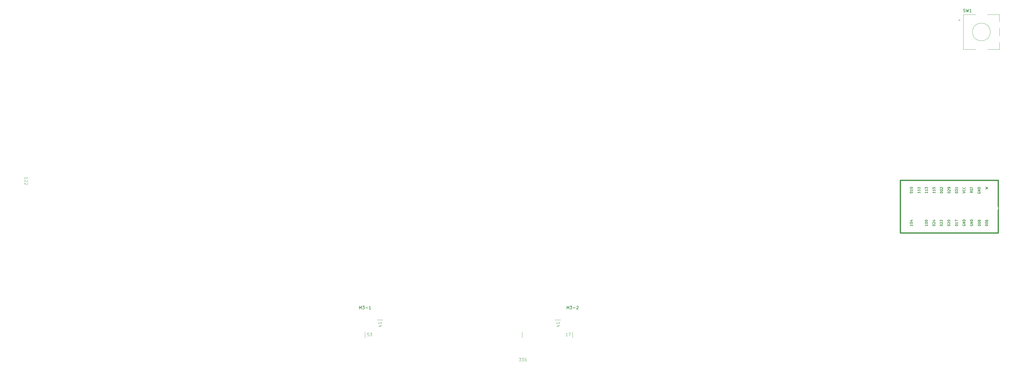
<source format=gto>
%TF.GenerationSoftware,KiCad,Pcbnew,9.0.2*%
%TF.CreationDate,2025-07-13T14:40:43-07:00*%
%TF.ProjectId,Kicad Project,4b696361-6420-4507-926f-6a6563742e6b,rev?*%
%TF.SameCoordinates,Original*%
%TF.FileFunction,Legend,Top*%
%TF.FilePolarity,Positive*%
%FSLAX46Y46*%
G04 Gerber Fmt 4.6, Leading zero omitted, Abs format (unit mm)*
G04 Created by KiCad (PCBNEW 9.0.2) date 2025-07-13 14:40:43*
%MOMM*%
%LPD*%
G01*
G04 APERTURE LIST*
%ADD10C,0.100000*%
%ADD11C,0.150000*%
%ADD12C,0.120000*%
%ADD13C,0.381000*%
%ADD14C,1.752600*%
%ADD15C,1.750000*%
%ADD16C,3.000000*%
%ADD17C,3.987800*%
%ADD18C,3.048000*%
%ADD19C,3.200000*%
%ADD20O,2.200000X1.600000*%
%ADD21C,2.100000*%
%ADD22R,2.000000X2.000000*%
%ADD23C,2.000000*%
%ADD24R,3.200000X2.000000*%
G04 APERTURE END LIST*
D10*
X163050160Y-168718828D02*
X165050160Y-168718828D01*
X165050160Y-168718828D02*
X164050160Y-168718828D01*
X229050160Y-174718828D02*
X229050160Y-172718828D01*
X212050160Y-174718828D02*
X212050160Y-172718828D01*
X159050160Y-174718828D02*
X159050160Y-172718828D01*
X223050160Y-168718828D02*
X225050160Y-168718828D01*
X163677740Y-170046521D02*
X163677740Y-169475093D01*
X163677740Y-169760807D02*
X164677740Y-169760807D01*
X164677740Y-169760807D02*
X164534883Y-169665569D01*
X164534883Y-169665569D02*
X164439645Y-169570331D01*
X164439645Y-169570331D02*
X164392026Y-169475093D01*
X164344407Y-170903664D02*
X163677740Y-170903664D01*
X164725360Y-170665569D02*
X164011074Y-170427474D01*
X164011074Y-170427474D02*
X164011074Y-171046521D01*
X210949592Y-181591247D02*
X211568639Y-181591247D01*
X211568639Y-181591247D02*
X211235306Y-181972199D01*
X211235306Y-181972199D02*
X211378163Y-181972199D01*
X211378163Y-181972199D02*
X211473401Y-182019818D01*
X211473401Y-182019818D02*
X211521020Y-182067437D01*
X211521020Y-182067437D02*
X211568639Y-182162675D01*
X211568639Y-182162675D02*
X211568639Y-182400770D01*
X211568639Y-182400770D02*
X211521020Y-182496008D01*
X211521020Y-182496008D02*
X211473401Y-182543628D01*
X211473401Y-182543628D02*
X211378163Y-182591247D01*
X211378163Y-182591247D02*
X211092449Y-182591247D01*
X211092449Y-182591247D02*
X210997211Y-182543628D01*
X210997211Y-182543628D02*
X210949592Y-182496008D01*
X211901973Y-181591247D02*
X212521020Y-181591247D01*
X212521020Y-181591247D02*
X212187687Y-181972199D01*
X212187687Y-181972199D02*
X212330544Y-181972199D01*
X212330544Y-181972199D02*
X212425782Y-182019818D01*
X212425782Y-182019818D02*
X212473401Y-182067437D01*
X212473401Y-182067437D02*
X212521020Y-182162675D01*
X212521020Y-182162675D02*
X212521020Y-182400770D01*
X212521020Y-182400770D02*
X212473401Y-182496008D01*
X212473401Y-182496008D02*
X212425782Y-182543628D01*
X212425782Y-182543628D02*
X212330544Y-182591247D01*
X212330544Y-182591247D02*
X212044830Y-182591247D01*
X212044830Y-182591247D02*
X211949592Y-182543628D01*
X211949592Y-182543628D02*
X211901973Y-182496008D01*
X213378163Y-181591247D02*
X213187687Y-181591247D01*
X213187687Y-181591247D02*
X213092449Y-181638866D01*
X213092449Y-181638866D02*
X213044830Y-181686485D01*
X213044830Y-181686485D02*
X212949592Y-181829342D01*
X212949592Y-181829342D02*
X212901973Y-182019818D01*
X212901973Y-182019818D02*
X212901973Y-182400770D01*
X212901973Y-182400770D02*
X212949592Y-182496008D01*
X212949592Y-182496008D02*
X212997211Y-182543628D01*
X212997211Y-182543628D02*
X213092449Y-182591247D01*
X213092449Y-182591247D02*
X213282925Y-182591247D01*
X213282925Y-182591247D02*
X213378163Y-182543628D01*
X213378163Y-182543628D02*
X213425782Y-182496008D01*
X213425782Y-182496008D02*
X213473401Y-182400770D01*
X213473401Y-182400770D02*
X213473401Y-182162675D01*
X213473401Y-182162675D02*
X213425782Y-182067437D01*
X213425782Y-182067437D02*
X213378163Y-182019818D01*
X213378163Y-182019818D02*
X213282925Y-181972199D01*
X213282925Y-181972199D02*
X213092449Y-181972199D01*
X213092449Y-181972199D02*
X212997211Y-182019818D01*
X212997211Y-182019818D02*
X212949592Y-182067437D01*
X212949592Y-182067437D02*
X212901973Y-182162675D01*
X160330234Y-173091247D02*
X159854044Y-173091247D01*
X159854044Y-173091247D02*
X159806425Y-173567437D01*
X159806425Y-173567437D02*
X159854044Y-173519818D01*
X159854044Y-173519818D02*
X159949282Y-173472199D01*
X159949282Y-173472199D02*
X160187377Y-173472199D01*
X160187377Y-173472199D02*
X160282615Y-173519818D01*
X160282615Y-173519818D02*
X160330234Y-173567437D01*
X160330234Y-173567437D02*
X160377853Y-173662675D01*
X160377853Y-173662675D02*
X160377853Y-173900770D01*
X160377853Y-173900770D02*
X160330234Y-173996008D01*
X160330234Y-173996008D02*
X160282615Y-174043628D01*
X160282615Y-174043628D02*
X160187377Y-174091247D01*
X160187377Y-174091247D02*
X159949282Y-174091247D01*
X159949282Y-174091247D02*
X159854044Y-174043628D01*
X159854044Y-174043628D02*
X159806425Y-173996008D01*
X160711187Y-173091247D02*
X161330234Y-173091247D01*
X161330234Y-173091247D02*
X160996901Y-173472199D01*
X160996901Y-173472199D02*
X161139758Y-173472199D01*
X161139758Y-173472199D02*
X161234996Y-173519818D01*
X161234996Y-173519818D02*
X161282615Y-173567437D01*
X161282615Y-173567437D02*
X161330234Y-173662675D01*
X161330234Y-173662675D02*
X161330234Y-173900770D01*
X161330234Y-173900770D02*
X161282615Y-173996008D01*
X161282615Y-173996008D02*
X161234996Y-174043628D01*
X161234996Y-174043628D02*
X161139758Y-174091247D01*
X161139758Y-174091247D02*
X160854044Y-174091247D01*
X160854044Y-174091247D02*
X160758806Y-174043628D01*
X160758806Y-174043628D02*
X160711187Y-173996008D01*
X223677740Y-170046521D02*
X223677740Y-169475093D01*
X223677740Y-169760807D02*
X224677740Y-169760807D01*
X224677740Y-169760807D02*
X224534883Y-169665569D01*
X224534883Y-169665569D02*
X224439645Y-169570331D01*
X224439645Y-169570331D02*
X224392026Y-169475093D01*
X224344407Y-170903664D02*
X223677740Y-170903664D01*
X224725360Y-170665569D02*
X224011074Y-170427474D01*
X224011074Y-170427474D02*
X224011074Y-171046521D01*
X44180886Y-121080967D02*
X44180886Y-120509539D01*
X44180886Y-120795253D02*
X45180886Y-120795253D01*
X45180886Y-120795253D02*
X45038029Y-120700015D01*
X45038029Y-120700015D02*
X44942791Y-120604777D01*
X44942791Y-120604777D02*
X44895172Y-120509539D01*
X45085648Y-121461920D02*
X45133267Y-121509539D01*
X45133267Y-121509539D02*
X45180886Y-121604777D01*
X45180886Y-121604777D02*
X45180886Y-121842872D01*
X45180886Y-121842872D02*
X45133267Y-121938110D01*
X45133267Y-121938110D02*
X45085648Y-121985729D01*
X45085648Y-121985729D02*
X44990410Y-122033348D01*
X44990410Y-122033348D02*
X44895172Y-122033348D01*
X44895172Y-122033348D02*
X44752315Y-121985729D01*
X44752315Y-121985729D02*
X44180886Y-121414301D01*
X44180886Y-121414301D02*
X44180886Y-122033348D01*
X45085648Y-122414301D02*
X45133267Y-122461920D01*
X45133267Y-122461920D02*
X45180886Y-122557158D01*
X45180886Y-122557158D02*
X45180886Y-122795253D01*
X45180886Y-122795253D02*
X45133267Y-122890491D01*
X45133267Y-122890491D02*
X45085648Y-122938110D01*
X45085648Y-122938110D02*
X44990410Y-122985729D01*
X44990410Y-122985729D02*
X44895172Y-122985729D01*
X44895172Y-122985729D02*
X44752315Y-122938110D01*
X44752315Y-122938110D02*
X44180886Y-122366682D01*
X44180886Y-122366682D02*
X44180886Y-122985729D01*
X227377853Y-174091247D02*
X226806425Y-174091247D01*
X227092139Y-174091247D02*
X227092139Y-173091247D01*
X227092139Y-173091247D02*
X226996901Y-173234104D01*
X226996901Y-173234104D02*
X226901663Y-173329342D01*
X226901663Y-173329342D02*
X226806425Y-173376961D01*
X227711187Y-173091247D02*
X228377853Y-173091247D01*
X228377853Y-173091247D02*
X227949282Y-174091247D01*
D11*
X157145398Y-165023647D02*
X157145398Y-164023647D01*
X157145398Y-164023647D02*
X157478731Y-164737932D01*
X157478731Y-164737932D02*
X157812064Y-164023647D01*
X157812064Y-164023647D02*
X157812064Y-165023647D01*
X158193017Y-164023647D02*
X158812064Y-164023647D01*
X158812064Y-164023647D02*
X158478731Y-164404599D01*
X158478731Y-164404599D02*
X158621588Y-164404599D01*
X158621588Y-164404599D02*
X158716826Y-164452218D01*
X158716826Y-164452218D02*
X158764445Y-164499837D01*
X158764445Y-164499837D02*
X158812064Y-164595075D01*
X158812064Y-164595075D02*
X158812064Y-164833170D01*
X158812064Y-164833170D02*
X158764445Y-164928408D01*
X158764445Y-164928408D02*
X158716826Y-164976028D01*
X158716826Y-164976028D02*
X158621588Y-165023647D01*
X158621588Y-165023647D02*
X158335874Y-165023647D01*
X158335874Y-165023647D02*
X158240636Y-164976028D01*
X158240636Y-164976028D02*
X158193017Y-164928408D01*
X159240636Y-164642694D02*
X160002541Y-164642694D01*
X161002540Y-165023647D02*
X160431112Y-165023647D01*
X160716826Y-165023647D02*
X160716826Y-164023647D01*
X160716826Y-164023647D02*
X160621588Y-164166504D01*
X160621588Y-164166504D02*
X160526350Y-164261742D01*
X160526350Y-164261742D02*
X160431112Y-164309361D01*
X360929327Y-64644778D02*
X361072184Y-64692397D01*
X361072184Y-64692397D02*
X361310279Y-64692397D01*
X361310279Y-64692397D02*
X361405517Y-64644778D01*
X361405517Y-64644778D02*
X361453136Y-64597158D01*
X361453136Y-64597158D02*
X361500755Y-64501920D01*
X361500755Y-64501920D02*
X361500755Y-64406682D01*
X361500755Y-64406682D02*
X361453136Y-64311444D01*
X361453136Y-64311444D02*
X361405517Y-64263825D01*
X361405517Y-64263825D02*
X361310279Y-64216206D01*
X361310279Y-64216206D02*
X361119803Y-64168587D01*
X361119803Y-64168587D02*
X361024565Y-64120968D01*
X361024565Y-64120968D02*
X360976946Y-64073349D01*
X360976946Y-64073349D02*
X360929327Y-63978111D01*
X360929327Y-63978111D02*
X360929327Y-63882873D01*
X360929327Y-63882873D02*
X360976946Y-63787635D01*
X360976946Y-63787635D02*
X361024565Y-63740016D01*
X361024565Y-63740016D02*
X361119803Y-63692397D01*
X361119803Y-63692397D02*
X361357898Y-63692397D01*
X361357898Y-63692397D02*
X361500755Y-63740016D01*
X361834089Y-63692397D02*
X362072184Y-64692397D01*
X362072184Y-64692397D02*
X362262660Y-63978111D01*
X362262660Y-63978111D02*
X362453136Y-64692397D01*
X362453136Y-64692397D02*
X362691232Y-63692397D01*
X363595993Y-64692397D02*
X363024565Y-64692397D01*
X363310279Y-64692397D02*
X363310279Y-63692397D01*
X363310279Y-63692397D02*
X363215041Y-63835254D01*
X363215041Y-63835254D02*
X363119803Y-63930492D01*
X363119803Y-63930492D02*
X363024565Y-63978111D01*
X227145398Y-165023647D02*
X227145398Y-164023647D01*
X227145398Y-164023647D02*
X227478731Y-164737932D01*
X227478731Y-164737932D02*
X227812064Y-164023647D01*
X227812064Y-164023647D02*
X227812064Y-165023647D01*
X228193017Y-164023647D02*
X228812064Y-164023647D01*
X228812064Y-164023647D02*
X228478731Y-164404599D01*
X228478731Y-164404599D02*
X228621588Y-164404599D01*
X228621588Y-164404599D02*
X228716826Y-164452218D01*
X228716826Y-164452218D02*
X228764445Y-164499837D01*
X228764445Y-164499837D02*
X228812064Y-164595075D01*
X228812064Y-164595075D02*
X228812064Y-164833170D01*
X228812064Y-164833170D02*
X228764445Y-164928408D01*
X228764445Y-164928408D02*
X228716826Y-164976028D01*
X228716826Y-164976028D02*
X228621588Y-165023647D01*
X228621588Y-165023647D02*
X228335874Y-165023647D01*
X228335874Y-165023647D02*
X228240636Y-164976028D01*
X228240636Y-164976028D02*
X228193017Y-164928408D01*
X229240636Y-164642694D02*
X230002541Y-164642694D01*
X230431112Y-164118885D02*
X230478731Y-164071266D01*
X230478731Y-164071266D02*
X230573969Y-164023647D01*
X230573969Y-164023647D02*
X230812064Y-164023647D01*
X230812064Y-164023647D02*
X230907302Y-164071266D01*
X230907302Y-164071266D02*
X230954921Y-164118885D01*
X230954921Y-164118885D02*
X231002540Y-164214123D01*
X231002540Y-164214123D02*
X231002540Y-164309361D01*
X231002540Y-164309361D02*
X230954921Y-164452218D01*
X230954921Y-164452218D02*
X230383493Y-165023647D01*
X230383493Y-165023647D02*
X231002540Y-165023647D01*
X346278705Y-125394970D02*
X346278705Y-125852113D01*
X346278705Y-125623541D02*
X345478705Y-125623541D01*
X345478705Y-125623541D02*
X345592990Y-125699732D01*
X345592990Y-125699732D02*
X345669181Y-125775922D01*
X345669181Y-125775922D02*
X345707276Y-125852113D01*
X346278705Y-124633065D02*
X346278705Y-125090208D01*
X346278705Y-124861636D02*
X345478705Y-124861636D01*
X345478705Y-124861636D02*
X345592990Y-124937827D01*
X345592990Y-124937827D02*
X345669181Y-125014017D01*
X345669181Y-125014017D02*
X345707276Y-125090208D01*
X346278705Y-123871160D02*
X346278705Y-124328303D01*
X346278705Y-124099731D02*
X345478705Y-124099731D01*
X345478705Y-124099731D02*
X345592990Y-124175922D01*
X345592990Y-124175922D02*
X345669181Y-124252112D01*
X345669181Y-124252112D02*
X345707276Y-124328303D01*
X360756800Y-136469351D02*
X360718705Y-136545541D01*
X360718705Y-136545541D02*
X360718705Y-136659827D01*
X360718705Y-136659827D02*
X360756800Y-136774113D01*
X360756800Y-136774113D02*
X360832990Y-136850303D01*
X360832990Y-136850303D02*
X360909181Y-136888398D01*
X360909181Y-136888398D02*
X361061562Y-136926494D01*
X361061562Y-136926494D02*
X361175848Y-136926494D01*
X361175848Y-136926494D02*
X361328229Y-136888398D01*
X361328229Y-136888398D02*
X361404419Y-136850303D01*
X361404419Y-136850303D02*
X361480610Y-136774113D01*
X361480610Y-136774113D02*
X361518705Y-136659827D01*
X361518705Y-136659827D02*
X361518705Y-136583636D01*
X361518705Y-136583636D02*
X361480610Y-136469351D01*
X361480610Y-136469351D02*
X361442514Y-136431255D01*
X361442514Y-136431255D02*
X361175848Y-136431255D01*
X361175848Y-136431255D02*
X361175848Y-136583636D01*
X361518705Y-136088398D02*
X360718705Y-136088398D01*
X360718705Y-136088398D02*
X361518705Y-135631255D01*
X361518705Y-135631255D02*
X360718705Y-135631255D01*
X361518705Y-135250303D02*
X360718705Y-135250303D01*
X360718705Y-135250303D02*
X360718705Y-135059827D01*
X360718705Y-135059827D02*
X360756800Y-134945541D01*
X360756800Y-134945541D02*
X360832990Y-134869351D01*
X360832990Y-134869351D02*
X360909181Y-134831256D01*
X360909181Y-134831256D02*
X361061562Y-134793160D01*
X361061562Y-134793160D02*
X361175848Y-134793160D01*
X361175848Y-134793160D02*
X361328229Y-134831256D01*
X361328229Y-134831256D02*
X361404419Y-134869351D01*
X361404419Y-134869351D02*
X361480610Y-134945541D01*
X361480610Y-134945541D02*
X361518705Y-135059827D01*
X361518705Y-135059827D02*
X361518705Y-135250303D01*
X358178705Y-136736017D02*
X358178705Y-136659827D01*
X358178705Y-136659827D02*
X358216800Y-136583636D01*
X358216800Y-136583636D02*
X358254895Y-136545541D01*
X358254895Y-136545541D02*
X358331086Y-136507446D01*
X358331086Y-136507446D02*
X358483467Y-136469351D01*
X358483467Y-136469351D02*
X358673943Y-136469351D01*
X358673943Y-136469351D02*
X358826324Y-136507446D01*
X358826324Y-136507446D02*
X358902514Y-136545541D01*
X358902514Y-136545541D02*
X358940610Y-136583636D01*
X358940610Y-136583636D02*
X358978705Y-136659827D01*
X358978705Y-136659827D02*
X358978705Y-136736017D01*
X358978705Y-136736017D02*
X358940610Y-136812208D01*
X358940610Y-136812208D02*
X358902514Y-136850303D01*
X358902514Y-136850303D02*
X358826324Y-136888398D01*
X358826324Y-136888398D02*
X358673943Y-136926494D01*
X358673943Y-136926494D02*
X358483467Y-136926494D01*
X358483467Y-136926494D02*
X358331086Y-136888398D01*
X358331086Y-136888398D02*
X358254895Y-136850303D01*
X358254895Y-136850303D02*
X358216800Y-136812208D01*
X358216800Y-136812208D02*
X358178705Y-136736017D01*
X358978705Y-135707446D02*
X358978705Y-136164589D01*
X358978705Y-135936017D02*
X358178705Y-135936017D01*
X358178705Y-135936017D02*
X358292990Y-136012208D01*
X358292990Y-136012208D02*
X358369181Y-136088398D01*
X358369181Y-136088398D02*
X358407276Y-136164589D01*
X358178705Y-135440779D02*
X358178705Y-134907445D01*
X358178705Y-134907445D02*
X358978705Y-135250303D01*
X342938705Y-125661636D02*
X342938705Y-125585446D01*
X342938705Y-125585446D02*
X342976800Y-125509255D01*
X342976800Y-125509255D02*
X343014895Y-125471160D01*
X343014895Y-125471160D02*
X343091086Y-125433065D01*
X343091086Y-125433065D02*
X343243467Y-125394970D01*
X343243467Y-125394970D02*
X343433943Y-125394970D01*
X343433943Y-125394970D02*
X343586324Y-125433065D01*
X343586324Y-125433065D02*
X343662514Y-125471160D01*
X343662514Y-125471160D02*
X343700610Y-125509255D01*
X343700610Y-125509255D02*
X343738705Y-125585446D01*
X343738705Y-125585446D02*
X343738705Y-125661636D01*
X343738705Y-125661636D02*
X343700610Y-125737827D01*
X343700610Y-125737827D02*
X343662514Y-125775922D01*
X343662514Y-125775922D02*
X343586324Y-125814017D01*
X343586324Y-125814017D02*
X343433943Y-125852113D01*
X343433943Y-125852113D02*
X343243467Y-125852113D01*
X343243467Y-125852113D02*
X343091086Y-125814017D01*
X343091086Y-125814017D02*
X343014895Y-125775922D01*
X343014895Y-125775922D02*
X342976800Y-125737827D01*
X342976800Y-125737827D02*
X342938705Y-125661636D01*
X343738705Y-124633065D02*
X343738705Y-125090208D01*
X343738705Y-124861636D02*
X342938705Y-124861636D01*
X342938705Y-124861636D02*
X343052990Y-124937827D01*
X343052990Y-124937827D02*
X343129181Y-125014017D01*
X343129181Y-125014017D02*
X343167276Y-125090208D01*
X342938705Y-124137826D02*
X342938705Y-124061636D01*
X342938705Y-124061636D02*
X342976800Y-123985445D01*
X342976800Y-123985445D02*
X343014895Y-123947350D01*
X343014895Y-123947350D02*
X343091086Y-123909255D01*
X343091086Y-123909255D02*
X343243467Y-123871160D01*
X343243467Y-123871160D02*
X343433943Y-123871160D01*
X343433943Y-123871160D02*
X343586324Y-123909255D01*
X343586324Y-123909255D02*
X343662514Y-123947350D01*
X343662514Y-123947350D02*
X343700610Y-123985445D01*
X343700610Y-123985445D02*
X343738705Y-124061636D01*
X343738705Y-124061636D02*
X343738705Y-124137826D01*
X343738705Y-124137826D02*
X343700610Y-124214017D01*
X343700610Y-124214017D02*
X343662514Y-124252112D01*
X343662514Y-124252112D02*
X343586324Y-124290207D01*
X343586324Y-124290207D02*
X343433943Y-124328303D01*
X343433943Y-124328303D02*
X343243467Y-124328303D01*
X343243467Y-124328303D02*
X343091086Y-124290207D01*
X343091086Y-124290207D02*
X343014895Y-124252112D01*
X343014895Y-124252112D02*
X342976800Y-124214017D01*
X342976800Y-124214017D02*
X342938705Y-124137826D01*
X365868705Y-136736017D02*
X365868705Y-136659827D01*
X365868705Y-136659827D02*
X365906800Y-136583636D01*
X365906800Y-136583636D02*
X365944895Y-136545541D01*
X365944895Y-136545541D02*
X366021086Y-136507446D01*
X366021086Y-136507446D02*
X366173467Y-136469351D01*
X366173467Y-136469351D02*
X366363943Y-136469351D01*
X366363943Y-136469351D02*
X366516324Y-136507446D01*
X366516324Y-136507446D02*
X366592514Y-136545541D01*
X366592514Y-136545541D02*
X366630610Y-136583636D01*
X366630610Y-136583636D02*
X366668705Y-136659827D01*
X366668705Y-136659827D02*
X366668705Y-136736017D01*
X366668705Y-136736017D02*
X366630610Y-136812208D01*
X366630610Y-136812208D02*
X366592514Y-136850303D01*
X366592514Y-136850303D02*
X366516324Y-136888398D01*
X366516324Y-136888398D02*
X366363943Y-136926494D01*
X366363943Y-136926494D02*
X366173467Y-136926494D01*
X366173467Y-136926494D02*
X366021086Y-136888398D01*
X366021086Y-136888398D02*
X365944895Y-136850303D01*
X365944895Y-136850303D02*
X365906800Y-136812208D01*
X365906800Y-136812208D02*
X365868705Y-136736017D01*
X365868705Y-135974112D02*
X365868705Y-135897922D01*
X365868705Y-135897922D02*
X365906800Y-135821731D01*
X365906800Y-135821731D02*
X365944895Y-135783636D01*
X365944895Y-135783636D02*
X366021086Y-135745541D01*
X366021086Y-135745541D02*
X366173467Y-135707446D01*
X366173467Y-135707446D02*
X366363943Y-135707446D01*
X366363943Y-135707446D02*
X366516324Y-135745541D01*
X366516324Y-135745541D02*
X366592514Y-135783636D01*
X366592514Y-135783636D02*
X366630610Y-135821731D01*
X366630610Y-135821731D02*
X366668705Y-135897922D01*
X366668705Y-135897922D02*
X366668705Y-135974112D01*
X366668705Y-135974112D02*
X366630610Y-136050303D01*
X366630610Y-136050303D02*
X366592514Y-136088398D01*
X366592514Y-136088398D02*
X366516324Y-136126493D01*
X366516324Y-136126493D02*
X366363943Y-136164589D01*
X366363943Y-136164589D02*
X366173467Y-136164589D01*
X366173467Y-136164589D02*
X366021086Y-136126493D01*
X366021086Y-136126493D02*
X365944895Y-136088398D01*
X365944895Y-136088398D02*
X365906800Y-136050303D01*
X365906800Y-136050303D02*
X365868705Y-135974112D01*
X366211562Y-135250303D02*
X366173467Y-135326493D01*
X366173467Y-135326493D02*
X366135371Y-135364588D01*
X366135371Y-135364588D02*
X366059181Y-135402684D01*
X366059181Y-135402684D02*
X366021086Y-135402684D01*
X366021086Y-135402684D02*
X365944895Y-135364588D01*
X365944895Y-135364588D02*
X365906800Y-135326493D01*
X365906800Y-135326493D02*
X365868705Y-135250303D01*
X365868705Y-135250303D02*
X365868705Y-135097922D01*
X365868705Y-135097922D02*
X365906800Y-135021731D01*
X365906800Y-135021731D02*
X365944895Y-134983636D01*
X365944895Y-134983636D02*
X366021086Y-134945541D01*
X366021086Y-134945541D02*
X366059181Y-134945541D01*
X366059181Y-134945541D02*
X366135371Y-134983636D01*
X366135371Y-134983636D02*
X366173467Y-135021731D01*
X366173467Y-135021731D02*
X366211562Y-135097922D01*
X366211562Y-135097922D02*
X366211562Y-135250303D01*
X366211562Y-135250303D02*
X366249657Y-135326493D01*
X366249657Y-135326493D02*
X366287752Y-135364588D01*
X366287752Y-135364588D02*
X366363943Y-135402684D01*
X366363943Y-135402684D02*
X366516324Y-135402684D01*
X366516324Y-135402684D02*
X366592514Y-135364588D01*
X366592514Y-135364588D02*
X366630610Y-135326493D01*
X366630610Y-135326493D02*
X366668705Y-135250303D01*
X366668705Y-135250303D02*
X366668705Y-135097922D01*
X366668705Y-135097922D02*
X366630610Y-135021731D01*
X366630610Y-135021731D02*
X366592514Y-134983636D01*
X366592514Y-134983636D02*
X366516324Y-134945541D01*
X366516324Y-134945541D02*
X366363943Y-134945541D01*
X366363943Y-134945541D02*
X366287752Y-134983636D01*
X366287752Y-134983636D02*
X366249657Y-135021731D01*
X366249657Y-135021731D02*
X366211562Y-135097922D01*
X350568705Y-136736017D02*
X350568705Y-136659827D01*
X350568705Y-136659827D02*
X350606800Y-136583636D01*
X350606800Y-136583636D02*
X350644895Y-136545541D01*
X350644895Y-136545541D02*
X350721086Y-136507446D01*
X350721086Y-136507446D02*
X350873467Y-136469351D01*
X350873467Y-136469351D02*
X351063943Y-136469351D01*
X351063943Y-136469351D02*
X351216324Y-136507446D01*
X351216324Y-136507446D02*
X351292514Y-136545541D01*
X351292514Y-136545541D02*
X351330610Y-136583636D01*
X351330610Y-136583636D02*
X351368705Y-136659827D01*
X351368705Y-136659827D02*
X351368705Y-136736017D01*
X351368705Y-136736017D02*
X351330610Y-136812208D01*
X351330610Y-136812208D02*
X351292514Y-136850303D01*
X351292514Y-136850303D02*
X351216324Y-136888398D01*
X351216324Y-136888398D02*
X351063943Y-136926494D01*
X351063943Y-136926494D02*
X350873467Y-136926494D01*
X350873467Y-136926494D02*
X350721086Y-136888398D01*
X350721086Y-136888398D02*
X350644895Y-136850303D01*
X350644895Y-136850303D02*
X350606800Y-136812208D01*
X350606800Y-136812208D02*
X350568705Y-136736017D01*
X350644895Y-136164589D02*
X350606800Y-136126493D01*
X350606800Y-136126493D02*
X350568705Y-136050303D01*
X350568705Y-136050303D02*
X350568705Y-135859827D01*
X350568705Y-135859827D02*
X350606800Y-135783636D01*
X350606800Y-135783636D02*
X350644895Y-135745541D01*
X350644895Y-135745541D02*
X350721086Y-135707446D01*
X350721086Y-135707446D02*
X350797276Y-135707446D01*
X350797276Y-135707446D02*
X350911562Y-135745541D01*
X350911562Y-135745541D02*
X351368705Y-136202684D01*
X351368705Y-136202684D02*
X351368705Y-135707446D01*
X350835371Y-135021731D02*
X351368705Y-135021731D01*
X350530610Y-135212207D02*
X351102038Y-135402684D01*
X351102038Y-135402684D02*
X351102038Y-134907445D01*
X355568705Y-136736017D02*
X355568705Y-136659827D01*
X355568705Y-136659827D02*
X355606800Y-136583636D01*
X355606800Y-136583636D02*
X355644895Y-136545541D01*
X355644895Y-136545541D02*
X355721086Y-136507446D01*
X355721086Y-136507446D02*
X355873467Y-136469351D01*
X355873467Y-136469351D02*
X356063943Y-136469351D01*
X356063943Y-136469351D02*
X356216324Y-136507446D01*
X356216324Y-136507446D02*
X356292514Y-136545541D01*
X356292514Y-136545541D02*
X356330610Y-136583636D01*
X356330610Y-136583636D02*
X356368705Y-136659827D01*
X356368705Y-136659827D02*
X356368705Y-136736017D01*
X356368705Y-136736017D02*
X356330610Y-136812208D01*
X356330610Y-136812208D02*
X356292514Y-136850303D01*
X356292514Y-136850303D02*
X356216324Y-136888398D01*
X356216324Y-136888398D02*
X356063943Y-136926494D01*
X356063943Y-136926494D02*
X355873467Y-136926494D01*
X355873467Y-136926494D02*
X355721086Y-136888398D01*
X355721086Y-136888398D02*
X355644895Y-136850303D01*
X355644895Y-136850303D02*
X355606800Y-136812208D01*
X355606800Y-136812208D02*
X355568705Y-136736017D01*
X355644895Y-136164589D02*
X355606800Y-136126493D01*
X355606800Y-136126493D02*
X355568705Y-136050303D01*
X355568705Y-136050303D02*
X355568705Y-135859827D01*
X355568705Y-135859827D02*
X355606800Y-135783636D01*
X355606800Y-135783636D02*
X355644895Y-135745541D01*
X355644895Y-135745541D02*
X355721086Y-135707446D01*
X355721086Y-135707446D02*
X355797276Y-135707446D01*
X355797276Y-135707446D02*
X355911562Y-135745541D01*
X355911562Y-135745541D02*
X356368705Y-136202684D01*
X356368705Y-136202684D02*
X356368705Y-135707446D01*
X355568705Y-135212207D02*
X355568705Y-135136017D01*
X355568705Y-135136017D02*
X355606800Y-135059826D01*
X355606800Y-135059826D02*
X355644895Y-135021731D01*
X355644895Y-135021731D02*
X355721086Y-134983636D01*
X355721086Y-134983636D02*
X355873467Y-134945541D01*
X355873467Y-134945541D02*
X356063943Y-134945541D01*
X356063943Y-134945541D02*
X356216324Y-134983636D01*
X356216324Y-134983636D02*
X356292514Y-135021731D01*
X356292514Y-135021731D02*
X356330610Y-135059826D01*
X356330610Y-135059826D02*
X356368705Y-135136017D01*
X356368705Y-135136017D02*
X356368705Y-135212207D01*
X356368705Y-135212207D02*
X356330610Y-135288398D01*
X356330610Y-135288398D02*
X356292514Y-135326493D01*
X356292514Y-135326493D02*
X356216324Y-135364588D01*
X356216324Y-135364588D02*
X356063943Y-135402684D01*
X356063943Y-135402684D02*
X355873467Y-135402684D01*
X355873467Y-135402684D02*
X355721086Y-135364588D01*
X355721086Y-135364588D02*
X355644895Y-135326493D01*
X355644895Y-135326493D02*
X355606800Y-135288398D01*
X355606800Y-135288398D02*
X355568705Y-135212207D01*
X348818705Y-136469351D02*
X348818705Y-136926494D01*
X348818705Y-136697922D02*
X348018705Y-136697922D01*
X348018705Y-136697922D02*
X348132990Y-136774113D01*
X348132990Y-136774113D02*
X348209181Y-136850303D01*
X348209181Y-136850303D02*
X348247276Y-136926494D01*
X348018705Y-135974112D02*
X348018705Y-135897922D01*
X348018705Y-135897922D02*
X348056800Y-135821731D01*
X348056800Y-135821731D02*
X348094895Y-135783636D01*
X348094895Y-135783636D02*
X348171086Y-135745541D01*
X348171086Y-135745541D02*
X348323467Y-135707446D01*
X348323467Y-135707446D02*
X348513943Y-135707446D01*
X348513943Y-135707446D02*
X348666324Y-135745541D01*
X348666324Y-135745541D02*
X348742514Y-135783636D01*
X348742514Y-135783636D02*
X348780610Y-135821731D01*
X348780610Y-135821731D02*
X348818705Y-135897922D01*
X348818705Y-135897922D02*
X348818705Y-135974112D01*
X348818705Y-135974112D02*
X348780610Y-136050303D01*
X348780610Y-136050303D02*
X348742514Y-136088398D01*
X348742514Y-136088398D02*
X348666324Y-136126493D01*
X348666324Y-136126493D02*
X348513943Y-136164589D01*
X348513943Y-136164589D02*
X348323467Y-136164589D01*
X348323467Y-136164589D02*
X348171086Y-136126493D01*
X348171086Y-136126493D02*
X348094895Y-136088398D01*
X348094895Y-136088398D02*
X348056800Y-136050303D01*
X348056800Y-136050303D02*
X348018705Y-135974112D01*
X348018705Y-135212207D02*
X348018705Y-135136017D01*
X348018705Y-135136017D02*
X348056800Y-135059826D01*
X348056800Y-135059826D02*
X348094895Y-135021731D01*
X348094895Y-135021731D02*
X348171086Y-134983636D01*
X348171086Y-134983636D02*
X348323467Y-134945541D01*
X348323467Y-134945541D02*
X348513943Y-134945541D01*
X348513943Y-134945541D02*
X348666324Y-134983636D01*
X348666324Y-134983636D02*
X348742514Y-135021731D01*
X348742514Y-135021731D02*
X348780610Y-135059826D01*
X348780610Y-135059826D02*
X348818705Y-135136017D01*
X348818705Y-135136017D02*
X348818705Y-135212207D01*
X348818705Y-135212207D02*
X348780610Y-135288398D01*
X348780610Y-135288398D02*
X348742514Y-135326493D01*
X348742514Y-135326493D02*
X348666324Y-135364588D01*
X348666324Y-135364588D02*
X348513943Y-135402684D01*
X348513943Y-135402684D02*
X348323467Y-135402684D01*
X348323467Y-135402684D02*
X348171086Y-135364588D01*
X348171086Y-135364588D02*
X348094895Y-135326493D01*
X348094895Y-135326493D02*
X348056800Y-135288398D01*
X348056800Y-135288398D02*
X348018705Y-135212207D01*
X351358705Y-125394970D02*
X351358705Y-125852113D01*
X351358705Y-125623541D02*
X350558705Y-125623541D01*
X350558705Y-125623541D02*
X350672990Y-125699732D01*
X350672990Y-125699732D02*
X350749181Y-125775922D01*
X350749181Y-125775922D02*
X350787276Y-125852113D01*
X351358705Y-124633065D02*
X351358705Y-125090208D01*
X351358705Y-124861636D02*
X350558705Y-124861636D01*
X350558705Y-124861636D02*
X350672990Y-124937827D01*
X350672990Y-124937827D02*
X350749181Y-125014017D01*
X350749181Y-125014017D02*
X350787276Y-125090208D01*
X350558705Y-123909255D02*
X350558705Y-124290207D01*
X350558705Y-124290207D02*
X350939657Y-124328303D01*
X350939657Y-124328303D02*
X350901562Y-124290207D01*
X350901562Y-124290207D02*
X350863467Y-124214017D01*
X350863467Y-124214017D02*
X350863467Y-124023541D01*
X350863467Y-124023541D02*
X350901562Y-123947350D01*
X350901562Y-123947350D02*
X350939657Y-123909255D01*
X350939657Y-123909255D02*
X351015848Y-123871160D01*
X351015848Y-123871160D02*
X351206324Y-123871160D01*
X351206324Y-123871160D02*
X351282514Y-123909255D01*
X351282514Y-123909255D02*
X351320610Y-123947350D01*
X351320610Y-123947350D02*
X351358705Y-124023541D01*
X351358705Y-124023541D02*
X351358705Y-124214017D01*
X351358705Y-124214017D02*
X351320610Y-124290207D01*
X351320610Y-124290207D02*
X351282514Y-124328303D01*
X360718705Y-125928303D02*
X361518705Y-125661636D01*
X361518705Y-125661636D02*
X360718705Y-125394970D01*
X361442514Y-124671160D02*
X361480610Y-124709256D01*
X361480610Y-124709256D02*
X361518705Y-124823541D01*
X361518705Y-124823541D02*
X361518705Y-124899732D01*
X361518705Y-124899732D02*
X361480610Y-125014018D01*
X361480610Y-125014018D02*
X361404419Y-125090208D01*
X361404419Y-125090208D02*
X361328229Y-125128303D01*
X361328229Y-125128303D02*
X361175848Y-125166399D01*
X361175848Y-125166399D02*
X361061562Y-125166399D01*
X361061562Y-125166399D02*
X360909181Y-125128303D01*
X360909181Y-125128303D02*
X360832990Y-125090208D01*
X360832990Y-125090208D02*
X360756800Y-125014018D01*
X360756800Y-125014018D02*
X360718705Y-124899732D01*
X360718705Y-124899732D02*
X360718705Y-124823541D01*
X360718705Y-124823541D02*
X360756800Y-124709256D01*
X360756800Y-124709256D02*
X360794895Y-124671160D01*
X361442514Y-123871160D02*
X361480610Y-123909256D01*
X361480610Y-123909256D02*
X361518705Y-124023541D01*
X361518705Y-124023541D02*
X361518705Y-124099732D01*
X361518705Y-124099732D02*
X361480610Y-124214018D01*
X361480610Y-124214018D02*
X361404419Y-124290208D01*
X361404419Y-124290208D02*
X361328229Y-124328303D01*
X361328229Y-124328303D02*
X361175848Y-124366399D01*
X361175848Y-124366399D02*
X361061562Y-124366399D01*
X361061562Y-124366399D02*
X360909181Y-124328303D01*
X360909181Y-124328303D02*
X360832990Y-124290208D01*
X360832990Y-124290208D02*
X360756800Y-124214018D01*
X360756800Y-124214018D02*
X360718705Y-124099732D01*
X360718705Y-124099732D02*
X360718705Y-124023541D01*
X360718705Y-124023541D02*
X360756800Y-123909256D01*
X360756800Y-123909256D02*
X360794895Y-123871160D01*
X365836800Y-125553684D02*
X365798705Y-125629874D01*
X365798705Y-125629874D02*
X365798705Y-125744160D01*
X365798705Y-125744160D02*
X365836800Y-125858446D01*
X365836800Y-125858446D02*
X365912990Y-125934636D01*
X365912990Y-125934636D02*
X365989181Y-125972731D01*
X365989181Y-125972731D02*
X366141562Y-126010827D01*
X366141562Y-126010827D02*
X366255848Y-126010827D01*
X366255848Y-126010827D02*
X366408229Y-125972731D01*
X366408229Y-125972731D02*
X366484419Y-125934636D01*
X366484419Y-125934636D02*
X366560610Y-125858446D01*
X366560610Y-125858446D02*
X366598705Y-125744160D01*
X366598705Y-125744160D02*
X366598705Y-125667969D01*
X366598705Y-125667969D02*
X366560610Y-125553684D01*
X366560610Y-125553684D02*
X366522514Y-125515588D01*
X366522514Y-125515588D02*
X366255848Y-125515588D01*
X366255848Y-125515588D02*
X366255848Y-125667969D01*
X366598705Y-125172731D02*
X365798705Y-125172731D01*
X365798705Y-125172731D02*
X366598705Y-124715588D01*
X366598705Y-124715588D02*
X365798705Y-124715588D01*
X366598705Y-124334636D02*
X365798705Y-124334636D01*
X365798705Y-124334636D02*
X365798705Y-124144160D01*
X365798705Y-124144160D02*
X365836800Y-124029874D01*
X365836800Y-124029874D02*
X365912990Y-123953684D01*
X365912990Y-123953684D02*
X365989181Y-123915589D01*
X365989181Y-123915589D02*
X366141562Y-123877493D01*
X366141562Y-123877493D02*
X366255848Y-123877493D01*
X366255848Y-123877493D02*
X366408229Y-123915589D01*
X366408229Y-123915589D02*
X366484419Y-123953684D01*
X366484419Y-123953684D02*
X366560610Y-124029874D01*
X366560610Y-124029874D02*
X366598705Y-124144160D01*
X366598705Y-124144160D02*
X366598705Y-124334636D01*
X364058705Y-125248922D02*
X363677752Y-125515589D01*
X364058705Y-125706065D02*
X363258705Y-125706065D01*
X363258705Y-125706065D02*
X363258705Y-125401303D01*
X363258705Y-125401303D02*
X363296800Y-125325113D01*
X363296800Y-125325113D02*
X363334895Y-125287018D01*
X363334895Y-125287018D02*
X363411086Y-125248922D01*
X363411086Y-125248922D02*
X363525371Y-125248922D01*
X363525371Y-125248922D02*
X363601562Y-125287018D01*
X363601562Y-125287018D02*
X363639657Y-125325113D01*
X363639657Y-125325113D02*
X363677752Y-125401303D01*
X363677752Y-125401303D02*
X363677752Y-125706065D01*
X364020610Y-124944161D02*
X364058705Y-124829875D01*
X364058705Y-124829875D02*
X364058705Y-124639399D01*
X364058705Y-124639399D02*
X364020610Y-124563208D01*
X364020610Y-124563208D02*
X363982514Y-124525113D01*
X363982514Y-124525113D02*
X363906324Y-124487018D01*
X363906324Y-124487018D02*
X363830133Y-124487018D01*
X363830133Y-124487018D02*
X363753943Y-124525113D01*
X363753943Y-124525113D02*
X363715848Y-124563208D01*
X363715848Y-124563208D02*
X363677752Y-124639399D01*
X363677752Y-124639399D02*
X363639657Y-124791780D01*
X363639657Y-124791780D02*
X363601562Y-124867970D01*
X363601562Y-124867970D02*
X363563467Y-124906065D01*
X363563467Y-124906065D02*
X363487276Y-124944161D01*
X363487276Y-124944161D02*
X363411086Y-124944161D01*
X363411086Y-124944161D02*
X363334895Y-124906065D01*
X363334895Y-124906065D02*
X363296800Y-124867970D01*
X363296800Y-124867970D02*
X363258705Y-124791780D01*
X363258705Y-124791780D02*
X363258705Y-124601303D01*
X363258705Y-124601303D02*
X363296800Y-124487018D01*
X363258705Y-124258446D02*
X363258705Y-123801303D01*
X364058705Y-124029875D02*
X363258705Y-124029875D01*
X363296800Y-136469351D02*
X363258705Y-136545541D01*
X363258705Y-136545541D02*
X363258705Y-136659827D01*
X363258705Y-136659827D02*
X363296800Y-136774113D01*
X363296800Y-136774113D02*
X363372990Y-136850303D01*
X363372990Y-136850303D02*
X363449181Y-136888398D01*
X363449181Y-136888398D02*
X363601562Y-136926494D01*
X363601562Y-136926494D02*
X363715848Y-136926494D01*
X363715848Y-136926494D02*
X363868229Y-136888398D01*
X363868229Y-136888398D02*
X363944419Y-136850303D01*
X363944419Y-136850303D02*
X364020610Y-136774113D01*
X364020610Y-136774113D02*
X364058705Y-136659827D01*
X364058705Y-136659827D02*
X364058705Y-136583636D01*
X364058705Y-136583636D02*
X364020610Y-136469351D01*
X364020610Y-136469351D02*
X363982514Y-136431255D01*
X363982514Y-136431255D02*
X363715848Y-136431255D01*
X363715848Y-136431255D02*
X363715848Y-136583636D01*
X364058705Y-136088398D02*
X363258705Y-136088398D01*
X363258705Y-136088398D02*
X364058705Y-135631255D01*
X364058705Y-135631255D02*
X363258705Y-135631255D01*
X364058705Y-135250303D02*
X363258705Y-135250303D01*
X363258705Y-135250303D02*
X363258705Y-135059827D01*
X363258705Y-135059827D02*
X363296800Y-134945541D01*
X363296800Y-134945541D02*
X363372990Y-134869351D01*
X363372990Y-134869351D02*
X363449181Y-134831256D01*
X363449181Y-134831256D02*
X363601562Y-134793160D01*
X363601562Y-134793160D02*
X363715848Y-134793160D01*
X363715848Y-134793160D02*
X363868229Y-134831256D01*
X363868229Y-134831256D02*
X363944419Y-134869351D01*
X363944419Y-134869351D02*
X364020610Y-134945541D01*
X364020610Y-134945541D02*
X364058705Y-135059827D01*
X364058705Y-135059827D02*
X364058705Y-135250303D01*
X348818705Y-125394970D02*
X348818705Y-125852113D01*
X348818705Y-125623541D02*
X348018705Y-125623541D01*
X348018705Y-125623541D02*
X348132990Y-125699732D01*
X348132990Y-125699732D02*
X348209181Y-125775922D01*
X348209181Y-125775922D02*
X348247276Y-125852113D01*
X348818705Y-124633065D02*
X348818705Y-125090208D01*
X348818705Y-124861636D02*
X348018705Y-124861636D01*
X348018705Y-124861636D02*
X348132990Y-124937827D01*
X348132990Y-124937827D02*
X348209181Y-125014017D01*
X348209181Y-125014017D02*
X348247276Y-125090208D01*
X348018705Y-124366398D02*
X348018705Y-123871160D01*
X348018705Y-123871160D02*
X348323467Y-124137826D01*
X348323467Y-124137826D02*
X348323467Y-124023541D01*
X348323467Y-124023541D02*
X348361562Y-123947350D01*
X348361562Y-123947350D02*
X348399657Y-123909255D01*
X348399657Y-123909255D02*
X348475848Y-123871160D01*
X348475848Y-123871160D02*
X348666324Y-123871160D01*
X348666324Y-123871160D02*
X348742514Y-123909255D01*
X348742514Y-123909255D02*
X348780610Y-123947350D01*
X348780610Y-123947350D02*
X348818705Y-124023541D01*
X348818705Y-124023541D02*
X348818705Y-124252112D01*
X348818705Y-124252112D02*
X348780610Y-124328303D01*
X348780610Y-124328303D02*
X348742514Y-124366398D01*
X355638705Y-125661636D02*
X355638705Y-125585446D01*
X355638705Y-125585446D02*
X355676800Y-125509255D01*
X355676800Y-125509255D02*
X355714895Y-125471160D01*
X355714895Y-125471160D02*
X355791086Y-125433065D01*
X355791086Y-125433065D02*
X355943467Y-125394970D01*
X355943467Y-125394970D02*
X356133943Y-125394970D01*
X356133943Y-125394970D02*
X356286324Y-125433065D01*
X356286324Y-125433065D02*
X356362514Y-125471160D01*
X356362514Y-125471160D02*
X356400610Y-125509255D01*
X356400610Y-125509255D02*
X356438705Y-125585446D01*
X356438705Y-125585446D02*
X356438705Y-125661636D01*
X356438705Y-125661636D02*
X356400610Y-125737827D01*
X356400610Y-125737827D02*
X356362514Y-125775922D01*
X356362514Y-125775922D02*
X356286324Y-125814017D01*
X356286324Y-125814017D02*
X356133943Y-125852113D01*
X356133943Y-125852113D02*
X355943467Y-125852113D01*
X355943467Y-125852113D02*
X355791086Y-125814017D01*
X355791086Y-125814017D02*
X355714895Y-125775922D01*
X355714895Y-125775922D02*
X355676800Y-125737827D01*
X355676800Y-125737827D02*
X355638705Y-125661636D01*
X355714895Y-125090208D02*
X355676800Y-125052112D01*
X355676800Y-125052112D02*
X355638705Y-124975922D01*
X355638705Y-124975922D02*
X355638705Y-124785446D01*
X355638705Y-124785446D02*
X355676800Y-124709255D01*
X355676800Y-124709255D02*
X355714895Y-124671160D01*
X355714895Y-124671160D02*
X355791086Y-124633065D01*
X355791086Y-124633065D02*
X355867276Y-124633065D01*
X355867276Y-124633065D02*
X355981562Y-124671160D01*
X355981562Y-124671160D02*
X356438705Y-125128303D01*
X356438705Y-125128303D02*
X356438705Y-124633065D01*
X356438705Y-124252112D02*
X356438705Y-124099731D01*
X356438705Y-124099731D02*
X356400610Y-124023541D01*
X356400610Y-124023541D02*
X356362514Y-123985445D01*
X356362514Y-123985445D02*
X356248229Y-123909255D01*
X356248229Y-123909255D02*
X356095848Y-123871160D01*
X356095848Y-123871160D02*
X355791086Y-123871160D01*
X355791086Y-123871160D02*
X355714895Y-123909255D01*
X355714895Y-123909255D02*
X355676800Y-123947350D01*
X355676800Y-123947350D02*
X355638705Y-124023541D01*
X355638705Y-124023541D02*
X355638705Y-124175922D01*
X355638705Y-124175922D02*
X355676800Y-124252112D01*
X355676800Y-124252112D02*
X355714895Y-124290207D01*
X355714895Y-124290207D02*
X355791086Y-124328303D01*
X355791086Y-124328303D02*
X355981562Y-124328303D01*
X355981562Y-124328303D02*
X356057752Y-124290207D01*
X356057752Y-124290207D02*
X356095848Y-124252112D01*
X356095848Y-124252112D02*
X356133943Y-124175922D01*
X356133943Y-124175922D02*
X356133943Y-124023541D01*
X356133943Y-124023541D02*
X356095848Y-123947350D01*
X356095848Y-123947350D02*
X356057752Y-123909255D01*
X356057752Y-123909255D02*
X355981562Y-123871160D01*
X369138705Y-125477493D02*
X368757752Y-125744160D01*
X369138705Y-125934636D02*
X368338705Y-125934636D01*
X368338705Y-125934636D02*
X368338705Y-125629874D01*
X368338705Y-125629874D02*
X368376800Y-125553684D01*
X368376800Y-125553684D02*
X368414895Y-125515589D01*
X368414895Y-125515589D02*
X368491086Y-125477493D01*
X368491086Y-125477493D02*
X368605371Y-125477493D01*
X368605371Y-125477493D02*
X368681562Y-125515589D01*
X368681562Y-125515589D02*
X368719657Y-125553684D01*
X368719657Y-125553684D02*
X368757752Y-125629874D01*
X368757752Y-125629874D02*
X368757752Y-125934636D01*
X368910133Y-125172732D02*
X368910133Y-124791779D01*
X369138705Y-125248922D02*
X368338705Y-124982255D01*
X368338705Y-124982255D02*
X369138705Y-124715589D01*
X368338705Y-124525113D02*
X369138705Y-124334637D01*
X369138705Y-124334637D02*
X368567276Y-124182256D01*
X368567276Y-124182256D02*
X369138705Y-124029875D01*
X369138705Y-124029875D02*
X368338705Y-123839399D01*
X358178705Y-125661636D02*
X358178705Y-125585446D01*
X358178705Y-125585446D02*
X358216800Y-125509255D01*
X358216800Y-125509255D02*
X358254895Y-125471160D01*
X358254895Y-125471160D02*
X358331086Y-125433065D01*
X358331086Y-125433065D02*
X358483467Y-125394970D01*
X358483467Y-125394970D02*
X358673943Y-125394970D01*
X358673943Y-125394970D02*
X358826324Y-125433065D01*
X358826324Y-125433065D02*
X358902514Y-125471160D01*
X358902514Y-125471160D02*
X358940610Y-125509255D01*
X358940610Y-125509255D02*
X358978705Y-125585446D01*
X358978705Y-125585446D02*
X358978705Y-125661636D01*
X358978705Y-125661636D02*
X358940610Y-125737827D01*
X358940610Y-125737827D02*
X358902514Y-125775922D01*
X358902514Y-125775922D02*
X358826324Y-125814017D01*
X358826324Y-125814017D02*
X358673943Y-125852113D01*
X358673943Y-125852113D02*
X358483467Y-125852113D01*
X358483467Y-125852113D02*
X358331086Y-125814017D01*
X358331086Y-125814017D02*
X358254895Y-125775922D01*
X358254895Y-125775922D02*
X358216800Y-125737827D01*
X358216800Y-125737827D02*
X358178705Y-125661636D01*
X358178705Y-125128303D02*
X358178705Y-124633065D01*
X358178705Y-124633065D02*
X358483467Y-124899731D01*
X358483467Y-124899731D02*
X358483467Y-124785446D01*
X358483467Y-124785446D02*
X358521562Y-124709255D01*
X358521562Y-124709255D02*
X358559657Y-124671160D01*
X358559657Y-124671160D02*
X358635848Y-124633065D01*
X358635848Y-124633065D02*
X358826324Y-124633065D01*
X358826324Y-124633065D02*
X358902514Y-124671160D01*
X358902514Y-124671160D02*
X358940610Y-124709255D01*
X358940610Y-124709255D02*
X358978705Y-124785446D01*
X358978705Y-124785446D02*
X358978705Y-125014017D01*
X358978705Y-125014017D02*
X358940610Y-125090208D01*
X358940610Y-125090208D02*
X358902514Y-125128303D01*
X358978705Y-123871160D02*
X358978705Y-124328303D01*
X358978705Y-124099731D02*
X358178705Y-124099731D01*
X358178705Y-124099731D02*
X358292990Y-124175922D01*
X358292990Y-124175922D02*
X358369181Y-124252112D01*
X358369181Y-124252112D02*
X358407276Y-124328303D01*
X343738705Y-136469351D02*
X343738705Y-136926494D01*
X343738705Y-136697922D02*
X342938705Y-136697922D01*
X342938705Y-136697922D02*
X343052990Y-136774113D01*
X343052990Y-136774113D02*
X343129181Y-136850303D01*
X343129181Y-136850303D02*
X343167276Y-136926494D01*
X342938705Y-135974112D02*
X342938705Y-135897922D01*
X342938705Y-135897922D02*
X342976800Y-135821731D01*
X342976800Y-135821731D02*
X343014895Y-135783636D01*
X343014895Y-135783636D02*
X343091086Y-135745541D01*
X343091086Y-135745541D02*
X343243467Y-135707446D01*
X343243467Y-135707446D02*
X343433943Y-135707446D01*
X343433943Y-135707446D02*
X343586324Y-135745541D01*
X343586324Y-135745541D02*
X343662514Y-135783636D01*
X343662514Y-135783636D02*
X343700610Y-135821731D01*
X343700610Y-135821731D02*
X343738705Y-135897922D01*
X343738705Y-135897922D02*
X343738705Y-135974112D01*
X343738705Y-135974112D02*
X343700610Y-136050303D01*
X343700610Y-136050303D02*
X343662514Y-136088398D01*
X343662514Y-136088398D02*
X343586324Y-136126493D01*
X343586324Y-136126493D02*
X343433943Y-136164589D01*
X343433943Y-136164589D02*
X343243467Y-136164589D01*
X343243467Y-136164589D02*
X343091086Y-136126493D01*
X343091086Y-136126493D02*
X343014895Y-136088398D01*
X343014895Y-136088398D02*
X342976800Y-136050303D01*
X342976800Y-136050303D02*
X342938705Y-135974112D01*
X343205371Y-135021731D02*
X343738705Y-135021731D01*
X342900610Y-135212207D02*
X343472038Y-135402684D01*
X343472038Y-135402684D02*
X343472038Y-134907445D01*
X353068705Y-136736017D02*
X353068705Y-136659827D01*
X353068705Y-136659827D02*
X353106800Y-136583636D01*
X353106800Y-136583636D02*
X353144895Y-136545541D01*
X353144895Y-136545541D02*
X353221086Y-136507446D01*
X353221086Y-136507446D02*
X353373467Y-136469351D01*
X353373467Y-136469351D02*
X353563943Y-136469351D01*
X353563943Y-136469351D02*
X353716324Y-136507446D01*
X353716324Y-136507446D02*
X353792514Y-136545541D01*
X353792514Y-136545541D02*
X353830610Y-136583636D01*
X353830610Y-136583636D02*
X353868705Y-136659827D01*
X353868705Y-136659827D02*
X353868705Y-136736017D01*
X353868705Y-136736017D02*
X353830610Y-136812208D01*
X353830610Y-136812208D02*
X353792514Y-136850303D01*
X353792514Y-136850303D02*
X353716324Y-136888398D01*
X353716324Y-136888398D02*
X353563943Y-136926494D01*
X353563943Y-136926494D02*
X353373467Y-136926494D01*
X353373467Y-136926494D02*
X353221086Y-136888398D01*
X353221086Y-136888398D02*
X353144895Y-136850303D01*
X353144895Y-136850303D02*
X353106800Y-136812208D01*
X353106800Y-136812208D02*
X353068705Y-136736017D01*
X353144895Y-136164589D02*
X353106800Y-136126493D01*
X353106800Y-136126493D02*
X353068705Y-136050303D01*
X353068705Y-136050303D02*
X353068705Y-135859827D01*
X353068705Y-135859827D02*
X353106800Y-135783636D01*
X353106800Y-135783636D02*
X353144895Y-135745541D01*
X353144895Y-135745541D02*
X353221086Y-135707446D01*
X353221086Y-135707446D02*
X353297276Y-135707446D01*
X353297276Y-135707446D02*
X353411562Y-135745541D01*
X353411562Y-135745541D02*
X353868705Y-136202684D01*
X353868705Y-136202684D02*
X353868705Y-135707446D01*
X353144895Y-135402684D02*
X353106800Y-135364588D01*
X353106800Y-135364588D02*
X353068705Y-135288398D01*
X353068705Y-135288398D02*
X353068705Y-135097922D01*
X353068705Y-135097922D02*
X353106800Y-135021731D01*
X353106800Y-135021731D02*
X353144895Y-134983636D01*
X353144895Y-134983636D02*
X353221086Y-134945541D01*
X353221086Y-134945541D02*
X353297276Y-134945541D01*
X353297276Y-134945541D02*
X353411562Y-134983636D01*
X353411562Y-134983636D02*
X353868705Y-135440779D01*
X353868705Y-135440779D02*
X353868705Y-134945541D01*
X368338705Y-136736017D02*
X368338705Y-136659827D01*
X368338705Y-136659827D02*
X368376800Y-136583636D01*
X368376800Y-136583636D02*
X368414895Y-136545541D01*
X368414895Y-136545541D02*
X368491086Y-136507446D01*
X368491086Y-136507446D02*
X368643467Y-136469351D01*
X368643467Y-136469351D02*
X368833943Y-136469351D01*
X368833943Y-136469351D02*
X368986324Y-136507446D01*
X368986324Y-136507446D02*
X369062514Y-136545541D01*
X369062514Y-136545541D02*
X369100610Y-136583636D01*
X369100610Y-136583636D02*
X369138705Y-136659827D01*
X369138705Y-136659827D02*
X369138705Y-136736017D01*
X369138705Y-136736017D02*
X369100610Y-136812208D01*
X369100610Y-136812208D02*
X369062514Y-136850303D01*
X369062514Y-136850303D02*
X368986324Y-136888398D01*
X368986324Y-136888398D02*
X368833943Y-136926494D01*
X368833943Y-136926494D02*
X368643467Y-136926494D01*
X368643467Y-136926494D02*
X368491086Y-136888398D01*
X368491086Y-136888398D02*
X368414895Y-136850303D01*
X368414895Y-136850303D02*
X368376800Y-136812208D01*
X368376800Y-136812208D02*
X368338705Y-136736017D01*
X368338705Y-135974112D02*
X368338705Y-135897922D01*
X368338705Y-135897922D02*
X368376800Y-135821731D01*
X368376800Y-135821731D02*
X368414895Y-135783636D01*
X368414895Y-135783636D02*
X368491086Y-135745541D01*
X368491086Y-135745541D02*
X368643467Y-135707446D01*
X368643467Y-135707446D02*
X368833943Y-135707446D01*
X368833943Y-135707446D02*
X368986324Y-135745541D01*
X368986324Y-135745541D02*
X369062514Y-135783636D01*
X369062514Y-135783636D02*
X369100610Y-135821731D01*
X369100610Y-135821731D02*
X369138705Y-135897922D01*
X369138705Y-135897922D02*
X369138705Y-135974112D01*
X369138705Y-135974112D02*
X369100610Y-136050303D01*
X369100610Y-136050303D02*
X369062514Y-136088398D01*
X369062514Y-136088398D02*
X368986324Y-136126493D01*
X368986324Y-136126493D02*
X368833943Y-136164589D01*
X368833943Y-136164589D02*
X368643467Y-136164589D01*
X368643467Y-136164589D02*
X368491086Y-136126493D01*
X368491086Y-136126493D02*
X368414895Y-136088398D01*
X368414895Y-136088398D02*
X368376800Y-136050303D01*
X368376800Y-136050303D02*
X368338705Y-135974112D01*
X368338705Y-135021731D02*
X368338705Y-135174112D01*
X368338705Y-135174112D02*
X368376800Y-135250303D01*
X368376800Y-135250303D02*
X368414895Y-135288398D01*
X368414895Y-135288398D02*
X368529181Y-135364588D01*
X368529181Y-135364588D02*
X368681562Y-135402684D01*
X368681562Y-135402684D02*
X368986324Y-135402684D01*
X368986324Y-135402684D02*
X369062514Y-135364588D01*
X369062514Y-135364588D02*
X369100610Y-135326493D01*
X369100610Y-135326493D02*
X369138705Y-135250303D01*
X369138705Y-135250303D02*
X369138705Y-135097922D01*
X369138705Y-135097922D02*
X369100610Y-135021731D01*
X369100610Y-135021731D02*
X369062514Y-134983636D01*
X369062514Y-134983636D02*
X368986324Y-134945541D01*
X368986324Y-134945541D02*
X368795848Y-134945541D01*
X368795848Y-134945541D02*
X368719657Y-134983636D01*
X368719657Y-134983636D02*
X368681562Y-135021731D01*
X368681562Y-135021731D02*
X368643467Y-135097922D01*
X368643467Y-135097922D02*
X368643467Y-135250303D01*
X368643467Y-135250303D02*
X368681562Y-135326493D01*
X368681562Y-135326493D02*
X368719657Y-135364588D01*
X368719657Y-135364588D02*
X368795848Y-135402684D01*
X353098705Y-125661636D02*
X353098705Y-125585446D01*
X353098705Y-125585446D02*
X353136800Y-125509255D01*
X353136800Y-125509255D02*
X353174895Y-125471160D01*
X353174895Y-125471160D02*
X353251086Y-125433065D01*
X353251086Y-125433065D02*
X353403467Y-125394970D01*
X353403467Y-125394970D02*
X353593943Y-125394970D01*
X353593943Y-125394970D02*
X353746324Y-125433065D01*
X353746324Y-125433065D02*
X353822514Y-125471160D01*
X353822514Y-125471160D02*
X353860610Y-125509255D01*
X353860610Y-125509255D02*
X353898705Y-125585446D01*
X353898705Y-125585446D02*
X353898705Y-125661636D01*
X353898705Y-125661636D02*
X353860610Y-125737827D01*
X353860610Y-125737827D02*
X353822514Y-125775922D01*
X353822514Y-125775922D02*
X353746324Y-125814017D01*
X353746324Y-125814017D02*
X353593943Y-125852113D01*
X353593943Y-125852113D02*
X353403467Y-125852113D01*
X353403467Y-125852113D02*
X353251086Y-125814017D01*
X353251086Y-125814017D02*
X353174895Y-125775922D01*
X353174895Y-125775922D02*
X353136800Y-125737827D01*
X353136800Y-125737827D02*
X353098705Y-125661636D01*
X353098705Y-124899731D02*
X353098705Y-124823541D01*
X353098705Y-124823541D02*
X353136800Y-124747350D01*
X353136800Y-124747350D02*
X353174895Y-124709255D01*
X353174895Y-124709255D02*
X353251086Y-124671160D01*
X353251086Y-124671160D02*
X353403467Y-124633065D01*
X353403467Y-124633065D02*
X353593943Y-124633065D01*
X353593943Y-124633065D02*
X353746324Y-124671160D01*
X353746324Y-124671160D02*
X353822514Y-124709255D01*
X353822514Y-124709255D02*
X353860610Y-124747350D01*
X353860610Y-124747350D02*
X353898705Y-124823541D01*
X353898705Y-124823541D02*
X353898705Y-124899731D01*
X353898705Y-124899731D02*
X353860610Y-124975922D01*
X353860610Y-124975922D02*
X353822514Y-125014017D01*
X353822514Y-125014017D02*
X353746324Y-125052112D01*
X353746324Y-125052112D02*
X353593943Y-125090208D01*
X353593943Y-125090208D02*
X353403467Y-125090208D01*
X353403467Y-125090208D02*
X353251086Y-125052112D01*
X353251086Y-125052112D02*
X353174895Y-125014017D01*
X353174895Y-125014017D02*
X353136800Y-124975922D01*
X353136800Y-124975922D02*
X353098705Y-124899731D01*
X353174895Y-124328303D02*
X353136800Y-124290207D01*
X353136800Y-124290207D02*
X353098705Y-124214017D01*
X353098705Y-124214017D02*
X353098705Y-124023541D01*
X353098705Y-124023541D02*
X353136800Y-123947350D01*
X353136800Y-123947350D02*
X353174895Y-123909255D01*
X353174895Y-123909255D02*
X353251086Y-123871160D01*
X353251086Y-123871160D02*
X353327276Y-123871160D01*
X353327276Y-123871160D02*
X353441562Y-123909255D01*
X353441562Y-123909255D02*
X353898705Y-124366398D01*
X353898705Y-124366398D02*
X353898705Y-123871160D01*
D12*
%TO.C,SW1*%
X359162660Y-67337578D02*
X359762660Y-67337578D01*
X359462660Y-67637578D02*
X359162660Y-67337578D01*
X359762660Y-67337578D02*
X359462660Y-67637578D01*
X360862660Y-65537578D02*
X360862660Y-77337578D01*
X364962660Y-65537578D02*
X360862660Y-65537578D01*
X364962660Y-77337578D02*
X360862660Y-77337578D01*
X368962660Y-65537578D02*
X373062660Y-65537578D01*
X373062660Y-65537578D02*
X373062660Y-67937578D01*
X373062660Y-70137578D02*
X373062660Y-72737578D01*
X373062660Y-74937578D02*
X373062660Y-77337578D01*
X373062660Y-77337578D02*
X368962660Y-77337578D01*
X369962660Y-71437578D02*
G75*
G02*
X363962660Y-71437578I-3000000J0D01*
G01*
X363962660Y-71437578D02*
G75*
G02*
X369962660Y-71437578I3000000J0D01*
G01*
D13*
%TO.C,U1*%
X339566410Y-121508828D02*
X372586410Y-121508828D01*
X339566410Y-139288828D02*
X339566410Y-121508828D01*
X372586410Y-121508828D02*
X372586410Y-139288828D01*
X372586410Y-139288828D02*
X339566410Y-139288828D01*
%TD*%
D14*
%TO.C,U1*%
X368776410Y-138018828D03*
X366236410Y-138018828D03*
X363696410Y-138018828D03*
X361156410Y-138018828D03*
X358616410Y-138018828D03*
X356076410Y-138018828D03*
X353536410Y-138018828D03*
X350996410Y-138018828D03*
X348456410Y-138018828D03*
X345916410Y-138018828D03*
X343376410Y-138018828D03*
X340836410Y-138018828D03*
X340836410Y-122778828D03*
X343376410Y-122778828D03*
X345916410Y-122778828D03*
X348456410Y-122778828D03*
X350996410Y-122778828D03*
X353536410Y-122778828D03*
X356076410Y-122778828D03*
X358616410Y-122778828D03*
X361156410Y-122778828D03*
X363696410Y-122778828D03*
X366236410Y-122778828D03*
X368776410Y-122778828D03*
X345916410Y-135478828D03*
X345916410Y-132938828D03*
X345916410Y-130398828D03*
%TD*%
%LPC*%
D15*
%TO.C,MX42*%
X142557660Y-130968828D03*
D16*
X143827660Y-128428828D03*
D17*
X147637660Y-130968828D03*
D16*
X150177660Y-125888828D03*
D15*
X152717660Y-130968828D03*
%TD*%
%TO.C,MX23*%
X223520160Y-92868828D03*
D16*
X224790160Y-90328828D03*
D17*
X228600160Y-92868828D03*
D16*
X231140160Y-87788828D03*
D15*
X233680160Y-92868828D03*
%TD*%
%TO.C,MX27*%
X80645160Y-111918828D03*
D16*
X81915160Y-109378828D03*
D17*
X85725160Y-111918828D03*
D16*
X88265160Y-106838828D03*
D15*
X90805160Y-111918828D03*
%TD*%
%TO.C,MX33*%
X194945160Y-111918828D03*
D16*
X196215160Y-109378828D03*
D17*
X200025160Y-111918828D03*
D16*
X202565160Y-106838828D03*
D15*
X205105160Y-111918828D03*
%TD*%
%TO.C,MX29*%
X118745160Y-111918828D03*
D16*
X120015160Y-109378828D03*
D17*
X123825160Y-111918828D03*
D16*
X126365160Y-106838828D03*
D15*
X128905160Y-111918828D03*
%TD*%
%TO.C,MX25*%
X261620160Y-92868828D03*
D16*
X262890160Y-90328828D03*
D17*
X266700160Y-92868828D03*
D16*
X269240160Y-87788828D03*
D15*
X271780160Y-92868828D03*
%TD*%
%TO.C,MX39*%
X85407660Y-130968828D03*
D16*
X86677660Y-128428828D03*
D17*
X90487660Y-130968828D03*
D16*
X93027660Y-125888828D03*
D15*
X95567660Y-130968828D03*
%TD*%
%TO.C,MX36*%
X252095160Y-111918828D03*
D16*
X253365160Y-109378828D03*
D17*
X257175160Y-111918828D03*
D16*
X259715160Y-106838828D03*
D15*
X262255160Y-111918828D03*
%TD*%
%TO.C,MX57*%
X228282660Y-150018828D03*
D16*
X229552660Y-147478828D03*
D17*
X233362660Y-150018828D03*
D16*
X235902660Y-144938828D03*
D15*
X238442660Y-150018828D03*
%TD*%
%TO.C,MX73*%
X323532660Y-169068828D03*
D16*
X324802660Y-166528828D03*
D17*
X328612660Y-169068828D03*
D16*
X331152660Y-163988828D03*
D15*
X333692660Y-169068828D03*
%TD*%
%TO.C,MX76*%
X54451410Y-169068828D03*
D16*
X55721410Y-166528828D03*
D17*
X59531410Y-169068828D03*
D16*
X62071410Y-163988828D03*
D15*
X64611410Y-169068828D03*
%TD*%
%TO.C,MX13*%
X280670160Y-73818828D03*
D16*
X281940160Y-71278828D03*
D17*
X285750160Y-73818828D03*
D16*
X288290160Y-68738828D03*
D15*
X290830160Y-73818828D03*
%TD*%
%TO.C,MX16*%
X90170160Y-92868828D03*
D16*
X91440160Y-90328828D03*
D17*
X95250160Y-92868828D03*
D16*
X97790160Y-87788828D03*
D15*
X100330160Y-92868828D03*
%TD*%
%TO.C,MX53*%
X152082660Y-150018828D03*
D16*
X153352660Y-147478828D03*
D17*
X157162660Y-150018828D03*
D16*
X159702660Y-144938828D03*
D15*
X162242660Y-150018828D03*
%TD*%
%TO.C,MX59*%
X266382660Y-150018828D03*
D16*
X267652660Y-147478828D03*
D17*
X271462660Y-150018828D03*
D16*
X274002660Y-144938828D03*
D15*
X276542660Y-150018828D03*
%TD*%
%TO.C,MX80*%
X314007660Y-111918828D03*
D16*
X315277660Y-109378828D03*
D17*
X319087660Y-111918828D03*
D16*
X321627660Y-106838828D03*
D15*
X324167660Y-111918828D03*
%TD*%
D18*
%TO.C,MX82*%
X302387160Y-85883828D03*
D17*
X302387160Y-101123828D03*
D15*
X309245160Y-92868828D03*
D16*
X310515160Y-90328828D03*
D17*
X314325160Y-92868828D03*
D16*
X316865160Y-87788828D03*
D15*
X319405160Y-92868828D03*
D18*
X326263160Y-85883828D03*
D17*
X326263160Y-101123828D03*
%TD*%
D15*
%TO.C,MX6*%
X147320160Y-73818828D03*
D16*
X148590160Y-71278828D03*
D17*
X152400160Y-73818828D03*
D16*
X154940160Y-68738828D03*
D15*
X157480160Y-73818828D03*
%TD*%
%TO.C,MX72*%
X342582660Y-150018828D03*
D16*
X343852660Y-147478828D03*
D17*
X347662660Y-150018828D03*
D16*
X350202660Y-144938828D03*
D15*
X352742660Y-150018828D03*
%TD*%
%TO.C,MX54*%
X171132660Y-150018828D03*
D16*
X172402660Y-147478828D03*
D17*
X176212660Y-150018828D03*
D16*
X178752660Y-144938828D03*
D15*
X181292660Y-150018828D03*
%TD*%
%TO.C,MX51*%
X113982660Y-150018828D03*
D16*
X115252660Y-147478828D03*
D17*
X119062660Y-150018828D03*
D16*
X121602660Y-144938828D03*
D15*
X124142660Y-150018828D03*
%TD*%
%TO.C,MX74*%
X342582660Y-169068828D03*
D16*
X343852660Y-166528828D03*
D17*
X347662660Y-169068828D03*
D16*
X350202660Y-163988828D03*
D15*
X352742660Y-169068828D03*
%TD*%
%TO.C,MX35*%
X233045160Y-111918828D03*
D16*
X234315160Y-109378828D03*
D17*
X238125160Y-111918828D03*
D16*
X240665160Y-106838828D03*
D15*
X243205160Y-111918828D03*
%TD*%
%TO.C,MX63*%
X275907660Y-169068828D03*
D16*
X277177660Y-166528828D03*
D17*
X280987660Y-169068828D03*
D16*
X283527660Y-163988828D03*
D15*
X286067660Y-169068828D03*
%TD*%
%TO.C,MX22*%
X204470160Y-92868828D03*
D16*
X205740160Y-90328828D03*
D17*
X209550160Y-92868828D03*
D16*
X212090160Y-87788828D03*
D15*
X214630160Y-92868828D03*
%TD*%
%TO.C,MX46*%
X218757660Y-130968828D03*
D16*
X220027660Y-128428828D03*
D17*
X223837660Y-130968828D03*
D16*
X226377660Y-125888828D03*
D15*
X228917660Y-130968828D03*
%TD*%
%TO.C,MX12*%
X261620160Y-73818828D03*
D16*
X262890160Y-71278828D03*
D17*
X266700160Y-73818828D03*
D16*
X269240160Y-68738828D03*
D15*
X271780160Y-73818828D03*
%TD*%
D19*
%TO.C,M3-1*%
X159050160Y-168718828D03*
%TD*%
D15*
%TO.C,MX9*%
X204470160Y-73818828D03*
D16*
X205740160Y-71278828D03*
D17*
X209550160Y-73818828D03*
D16*
X212090160Y-68738828D03*
D15*
X214630160Y-73818828D03*
%TD*%
%TO.C,MX64*%
X323532660Y-73818828D03*
D16*
X324802660Y-71278828D03*
D17*
X328612660Y-73818828D03*
D16*
X331152660Y-68738828D03*
D15*
X333692660Y-73818828D03*
%TD*%
%TO.C,MX30*%
X137795160Y-111918828D03*
D16*
X139065160Y-109378828D03*
D17*
X142875160Y-111918828D03*
D16*
X145415160Y-106838828D03*
D15*
X147955160Y-111918828D03*
%TD*%
%TO.C,MX14*%
X52070160Y-92868828D03*
D16*
X53340160Y-90328828D03*
D17*
X57150160Y-92868828D03*
D16*
X59690160Y-87788828D03*
D15*
X62230160Y-92868828D03*
%TD*%
%TO.C,MX8*%
X185420160Y-73818828D03*
D16*
X186690160Y-71278828D03*
D17*
X190500160Y-73818828D03*
D16*
X193040160Y-68738828D03*
D15*
X195580160Y-73818828D03*
%TD*%
%TO.C,MX45*%
X199707660Y-130968828D03*
D16*
X200977660Y-128428828D03*
D17*
X204787660Y-130968828D03*
D16*
X207327660Y-125888828D03*
D15*
X209867660Y-130968828D03*
%TD*%
%TO.C,MX20*%
X166370160Y-92868828D03*
D16*
X167640160Y-90328828D03*
D17*
X171450160Y-92868828D03*
D16*
X173990160Y-87788828D03*
D15*
X176530160Y-92868828D03*
%TD*%
%TO.C,MX65*%
X342582660Y-73818828D03*
D16*
X343852660Y-71278828D03*
D17*
X347662660Y-73818828D03*
D16*
X350202660Y-68738828D03*
D15*
X352742660Y-73818828D03*
%TD*%
%TO.C,MX78*%
X297338910Y-169068828D03*
D16*
X298608910Y-166528828D03*
D17*
X302418910Y-169068828D03*
D16*
X304958910Y-163988828D03*
D15*
X307498910Y-169068828D03*
%TD*%
%TO.C,MX34*%
X213995160Y-111918828D03*
D16*
X215265160Y-109378828D03*
D17*
X219075160Y-111918828D03*
D16*
X221615160Y-106838828D03*
D15*
X224155160Y-111918828D03*
%TD*%
D18*
%TO.C,MX84*%
X57118410Y-143033828D03*
D17*
X57118410Y-158273828D03*
D15*
X63976410Y-150018828D03*
D16*
X65246410Y-147478828D03*
D17*
X69056410Y-150018828D03*
D16*
X71596410Y-144938828D03*
D15*
X74136410Y-150018828D03*
D18*
X80994410Y-143033828D03*
D17*
X80994410Y-158273828D03*
%TD*%
D15*
%TO.C,MX52*%
X133032660Y-150018828D03*
D16*
X134302660Y-147478828D03*
D17*
X138112660Y-150018828D03*
D16*
X140652660Y-144938828D03*
D15*
X143192660Y-150018828D03*
%TD*%
%TO.C,MX61*%
X94932660Y-169068828D03*
D16*
X96202660Y-166528828D03*
D17*
X100012660Y-169068828D03*
D16*
X102552660Y-163988828D03*
D15*
X105092660Y-169068828D03*
%TD*%
%TO.C,MX7*%
X166370160Y-73818828D03*
D16*
X167640160Y-71278828D03*
D17*
X171450160Y-73818828D03*
D16*
X173990160Y-68738828D03*
D15*
X176530160Y-73818828D03*
%TD*%
%TO.C,MX40*%
X104457660Y-130968828D03*
D16*
X105727660Y-128428828D03*
D17*
X109537660Y-130968828D03*
D16*
X112077660Y-125888828D03*
D15*
X114617660Y-130968828D03*
%TD*%
%TO.C,MX43*%
X161607660Y-130968828D03*
D16*
X162877660Y-128428828D03*
D17*
X166687660Y-130968828D03*
D16*
X169227660Y-125888828D03*
D15*
X171767660Y-130968828D03*
%TD*%
%TO.C,MX28*%
X99695160Y-111918828D03*
D16*
X100965160Y-109378828D03*
D17*
X104775160Y-111918828D03*
D16*
X107315160Y-106838828D03*
D15*
X109855160Y-111918828D03*
%TD*%
%TO.C,MX66*%
X342582660Y-92868828D03*
D16*
X343852660Y-90328828D03*
D17*
X347662660Y-92868828D03*
D16*
X350202660Y-87788828D03*
D15*
X352742660Y-92868828D03*
%TD*%
%TO.C,MX68*%
X342582660Y-111918828D03*
D16*
X343852660Y-109378828D03*
D17*
X347662660Y-111918828D03*
D16*
X350202660Y-106838828D03*
D15*
X352742660Y-111918828D03*
%TD*%
%TO.C,MX67*%
X361632660Y-92868828D03*
D16*
X362902660Y-90328828D03*
D17*
X366712660Y-92868828D03*
D16*
X369252660Y-87788828D03*
D15*
X371792660Y-92868828D03*
%TD*%
%TO.C,MX32*%
X175895160Y-111918828D03*
D16*
X177165160Y-109378828D03*
D17*
X180975160Y-111918828D03*
D16*
X183515160Y-106838828D03*
D15*
X186055160Y-111918828D03*
%TD*%
%TO.C,MX58*%
X247332660Y-150018828D03*
D16*
X248602660Y-147478828D03*
D17*
X252412660Y-150018828D03*
D16*
X254952660Y-144938828D03*
D15*
X257492660Y-150018828D03*
%TD*%
%TO.C,MX38*%
X290195160Y-111918828D03*
D16*
X291465160Y-109378828D03*
D17*
X295275160Y-111918828D03*
D16*
X297815160Y-106838828D03*
D15*
X300355160Y-111918828D03*
%TD*%
%TO.C,MX49*%
X275907660Y-130968828D03*
D16*
X277177660Y-128428828D03*
D17*
X280987660Y-130968828D03*
D16*
X283527660Y-125888828D03*
D15*
X286067660Y-130968828D03*
%TD*%
%TO.C,MX75*%
X361632660Y-169068828D03*
D16*
X362902660Y-166528828D03*
D17*
X366712660Y-169068828D03*
D16*
X369252660Y-163988828D03*
D15*
X371792660Y-169068828D03*
%TD*%
%TO.C,MX18*%
X128270160Y-92868828D03*
D16*
X129540160Y-90328828D03*
D17*
X133350160Y-92868828D03*
D16*
X135890160Y-87788828D03*
D15*
X138430160Y-92868828D03*
%TD*%
%TO.C,MX21*%
X185420160Y-92868828D03*
D16*
X186690160Y-90328828D03*
D17*
X190500160Y-92868828D03*
D16*
X193040160Y-87788828D03*
D15*
X195580160Y-92868828D03*
%TD*%
%TO.C,MX11*%
X242570160Y-73818828D03*
D16*
X243840160Y-71278828D03*
D17*
X247650160Y-73818828D03*
D16*
X250190160Y-68738828D03*
D15*
X252730160Y-73818828D03*
%TD*%
%TO.C,MX81*%
X59213910Y-130968828D03*
D16*
X60483910Y-128428828D03*
D17*
X64293910Y-130968828D03*
D16*
X66833910Y-125888828D03*
D15*
X69373910Y-130968828D03*
%TD*%
%TO.C,MX24*%
X242570160Y-92868828D03*
D16*
X243840160Y-90328828D03*
D17*
X247650160Y-92868828D03*
D16*
X250190160Y-87788828D03*
D15*
X252730160Y-92868828D03*
%TD*%
%TO.C,MX79*%
X56832660Y-111918828D03*
D16*
X58102660Y-109378828D03*
D17*
X61912660Y-111918828D03*
D16*
X64452660Y-106838828D03*
D15*
X66992660Y-111918828D03*
%TD*%
%TO.C,MX3*%
X90170160Y-73818828D03*
D16*
X91440160Y-71278828D03*
D17*
X95250160Y-73818828D03*
D16*
X97790160Y-68738828D03*
D15*
X100330160Y-73818828D03*
%TD*%
%TO.C,MX70*%
X361632660Y-130968828D03*
D16*
X362902660Y-128428828D03*
D17*
X366712660Y-130968828D03*
D16*
X369252660Y-125888828D03*
D15*
X371792660Y-130968828D03*
%TD*%
%TO.C,MX15*%
X71120160Y-92868828D03*
D16*
X72390160Y-90328828D03*
D17*
X76200160Y-92868828D03*
D16*
X78740160Y-87788828D03*
D15*
X81280160Y-92868828D03*
%TD*%
%TO.C,MX19*%
X147320160Y-92868828D03*
D16*
X148590160Y-90328828D03*
D17*
X152400160Y-92868828D03*
D16*
X154940160Y-87788828D03*
D15*
X157480160Y-92868828D03*
%TD*%
D18*
%TO.C,MX83*%
X300005910Y-123983828D03*
D17*
X300005910Y-139223828D03*
D15*
X306863910Y-130968828D03*
D16*
X308133910Y-128428828D03*
D17*
X311943910Y-130968828D03*
D16*
X314483910Y-125888828D03*
D15*
X317023910Y-130968828D03*
D18*
X323881910Y-123983828D03*
D17*
X323881910Y-139223828D03*
%TD*%
D15*
%TO.C,MX60*%
X75882660Y-169068828D03*
D16*
X77152660Y-166528828D03*
D17*
X80962660Y-169068828D03*
D16*
X83502660Y-163988828D03*
D15*
X86042660Y-169068828D03*
%TD*%
%TO.C,MX69*%
X361632660Y-111918828D03*
D16*
X362902660Y-109378828D03*
D17*
X366712660Y-111918828D03*
D16*
X369252660Y-106838828D03*
D15*
X371792660Y-111918828D03*
%TD*%
%TO.C,MX47*%
X237807660Y-130968828D03*
D16*
X239077660Y-128428828D03*
D17*
X242887660Y-130968828D03*
D16*
X245427660Y-125888828D03*
D15*
X247967660Y-130968828D03*
%TD*%
%TO.C,MX56*%
X209232660Y-150018828D03*
D16*
X210502660Y-147478828D03*
D17*
X214312660Y-150018828D03*
D16*
X216852660Y-144938828D03*
D15*
X219392660Y-150018828D03*
%TD*%
%TO.C,MX10*%
X223520160Y-73818828D03*
D16*
X224790160Y-71278828D03*
D17*
X228600160Y-73818828D03*
D16*
X231140160Y-68738828D03*
D15*
X233680160Y-73818828D03*
%TD*%
%TO.C,MX50*%
X94932660Y-150018828D03*
D16*
X96202660Y-147478828D03*
D17*
X100012660Y-150018828D03*
D16*
X102552660Y-144938828D03*
D15*
X105092660Y-150018828D03*
%TD*%
D18*
%TO.C,MX86*%
X142881510Y-162083828D03*
D17*
X142881510Y-177323828D03*
D15*
X187801410Y-169068828D03*
D16*
X189071410Y-166528828D03*
D17*
X192881410Y-169068828D03*
D16*
X195421410Y-163988828D03*
D15*
X197961410Y-169068828D03*
D18*
X242881310Y-162083828D03*
D17*
X242881310Y-177323828D03*
%TD*%
D15*
%TO.C,MX48*%
X256857660Y-130968828D03*
D16*
X258127660Y-128428828D03*
D17*
X261937660Y-130968828D03*
D16*
X264477660Y-125888828D03*
D15*
X267017660Y-130968828D03*
%TD*%
%TO.C,MX5*%
X128270160Y-73818828D03*
D16*
X129540160Y-71278828D03*
D17*
X133350160Y-73818828D03*
D16*
X135890160Y-68738828D03*
D15*
X138430160Y-73818828D03*
%TD*%
%TO.C,MX41*%
X123507660Y-130968828D03*
D16*
X124777660Y-128428828D03*
D17*
X128587660Y-130968828D03*
D16*
X131127660Y-125888828D03*
D15*
X133667660Y-130968828D03*
%TD*%
D18*
%TO.C,MX85*%
X295243410Y-143033828D03*
D17*
X295243410Y-158273828D03*
D15*
X302101410Y-150018828D03*
D16*
X303371410Y-147478828D03*
D17*
X307181410Y-150018828D03*
D16*
X309721410Y-144938828D03*
D15*
X312261410Y-150018828D03*
D18*
X319119410Y-143033828D03*
D17*
X319119410Y-158273828D03*
%TD*%
D15*
%TO.C,MX4*%
X109220160Y-73818828D03*
D16*
X110490160Y-71278828D03*
D17*
X114300160Y-73818828D03*
D16*
X116840160Y-68738828D03*
D15*
X119380160Y-73818828D03*
%TD*%
%TO.C,MX62*%
X256857660Y-169068828D03*
D16*
X258127660Y-166528828D03*
D17*
X261937660Y-169068828D03*
D16*
X264477660Y-163988828D03*
D15*
X267017660Y-169068828D03*
%TD*%
%TO.C,MX26*%
X280670160Y-92868828D03*
D16*
X281940160Y-90328828D03*
D17*
X285750160Y-92868828D03*
D16*
X288290160Y-87788828D03*
D15*
X290830160Y-92868828D03*
%TD*%
%TO.C,MX1*%
X52070160Y-73818828D03*
D16*
X53340160Y-71278828D03*
D17*
X57150160Y-73818828D03*
D16*
X59690160Y-68738828D03*
D15*
X62230160Y-73818828D03*
%TD*%
D20*
%TO.C,SW1*%
X362462660Y-71437578D03*
D21*
X366962660Y-71437578D03*
D22*
X359462660Y-68937578D03*
D23*
X359462660Y-73937578D03*
X359462660Y-71437578D03*
D24*
X366962660Y-65837578D03*
X366962660Y-77037578D03*
D23*
X373962660Y-73937578D03*
X373962660Y-68937578D03*
%TD*%
D15*
%TO.C,MX17*%
X109220160Y-92868828D03*
D16*
X110490160Y-90328828D03*
D17*
X114300160Y-92868828D03*
D16*
X116840160Y-87788828D03*
D15*
X119380160Y-92868828D03*
%TD*%
%TO.C,MX44*%
X180657660Y-130968828D03*
D16*
X181927660Y-128428828D03*
D17*
X185737660Y-130968828D03*
D16*
X188277660Y-125888828D03*
D15*
X190817660Y-130968828D03*
%TD*%
%TO.C,MX71*%
X361632660Y-150018828D03*
D16*
X362902660Y-147478828D03*
D17*
X366712660Y-150018828D03*
D16*
X369252660Y-144938828D03*
D15*
X371792660Y-150018828D03*
%TD*%
%TO.C,MX2*%
X71120160Y-73818828D03*
D16*
X72390160Y-71278828D03*
D17*
X76200160Y-73818828D03*
D16*
X78740160Y-68738828D03*
D15*
X81280160Y-73818828D03*
%TD*%
D19*
%TO.C,M3-2*%
X229050160Y-168718828D03*
%TD*%
D15*
%TO.C,MX31*%
X156845160Y-111918828D03*
D16*
X158115160Y-109378828D03*
D17*
X161925160Y-111918828D03*
D16*
X164465160Y-106838828D03*
D15*
X167005160Y-111918828D03*
%TD*%
%TO.C,MX37*%
X271145160Y-111918828D03*
D16*
X272415160Y-109378828D03*
D17*
X276225160Y-111918828D03*
D16*
X278765160Y-106838828D03*
D15*
X281305160Y-111918828D03*
%TD*%
%TO.C,MX55*%
X190182660Y-150018828D03*
D16*
X191452660Y-147478828D03*
D17*
X195262660Y-150018828D03*
D16*
X197802660Y-144938828D03*
D15*
X200342660Y-150018828D03*
%TD*%
%TO.C,MX77*%
X116363910Y-169068828D03*
D16*
X117633910Y-166528828D03*
D17*
X121443910Y-169068828D03*
D16*
X123983910Y-163988828D03*
D15*
X126523910Y-169068828D03*
%TD*%
D14*
%TO.C,U1*%
X368776410Y-138018828D03*
X366236410Y-138018828D03*
X363696410Y-138018828D03*
X361156410Y-138018828D03*
X358616410Y-138018828D03*
X356076410Y-138018828D03*
X353536410Y-138018828D03*
X350996410Y-138018828D03*
X348456410Y-138018828D03*
X345916410Y-138018828D03*
X343376410Y-138018828D03*
X340836410Y-138018828D03*
X340836410Y-122778828D03*
X343376410Y-122778828D03*
X345916410Y-122778828D03*
X348456410Y-122778828D03*
X350996410Y-122778828D03*
X353536410Y-122778828D03*
X356076410Y-122778828D03*
X358616410Y-122778828D03*
X361156410Y-122778828D03*
X363696410Y-122778828D03*
X366236410Y-122778828D03*
X368776410Y-122778828D03*
X345916410Y-135478828D03*
X345916410Y-132938828D03*
X345916410Y-130398828D03*
%TD*%
%LPD*%
M02*

</source>
